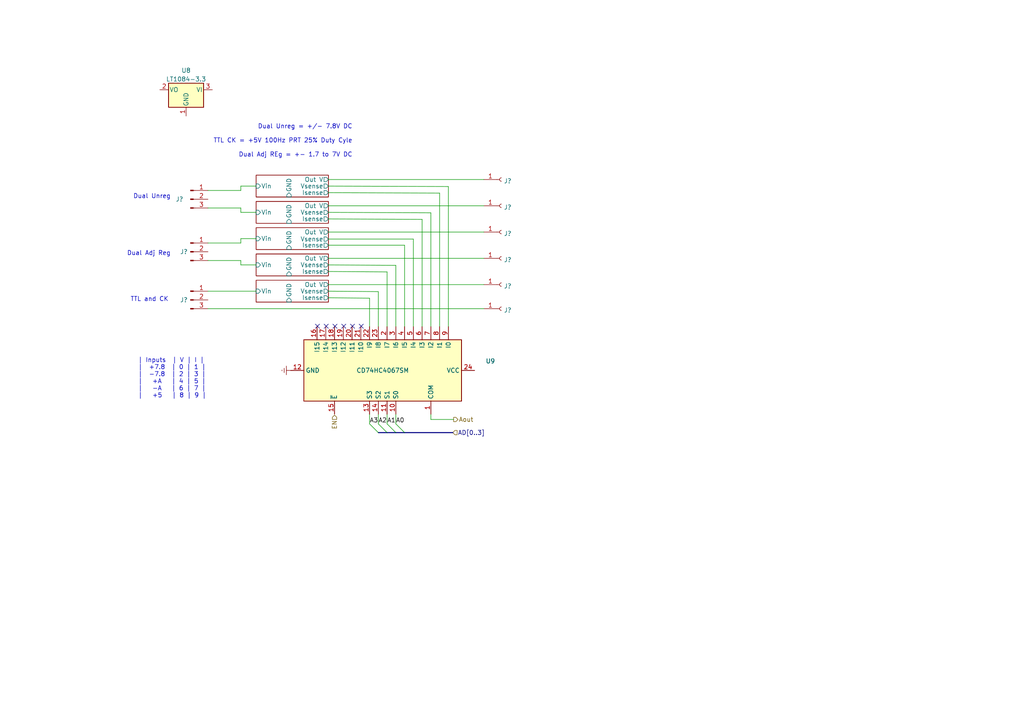
<source format=kicad_sch>
(kicad_sch (version 20211123) (generator eeschema)
  (paper "A4")
  (lib_symbols
    (symbol "74xx:CD74HC4067SM"
      (property "Reference" "U" (at -8.89 22.86 0))
      (property "Value" "CD74HC4067SM" (at 1.27 22.86 0))
      (symbol "CD74HC4067SM_0_1"
        (rectangle (start -8.89 21.59) (end 8.89 -24.13) (stroke (width 0.254)) (fill (type background)))
      )
      (symbol "CD74HC4067SM_1_1"
        (pin passive line (at -12.7 12.7 0) (length 3.81) (name "COM") (number "1"))
        (pin input line (at -12.7 2.54 0) (length 3.81) (name "S0") (number "10"))
        (pin input line (at -12.7 0 0) (length 3.81) (name "S1") (number "11"))
        (pin power_in line (at 0 -27.94 90) (length 3.81) (name "GND") (number "12"))
        (pin input line (at -12.7 -5.08 0) (length 3.81) (name "S3") (number "13"))
        (pin input line (at -12.7 -2.54 0) (length 3.81) (name "S2") (number "14"))
        (pin input line (at -12.7 -15.24 0) (length 3.81) (name "~{E}") (number "15"))
        (pin passive line (at 12.7 -20.32 180) (length 3.81) (name "I15") (number "16"))
        (pin passive line (at 12.7 -17.78 180) (length 3.81) (name "I14") (number "17"))
        (pin passive line (at 12.7 -15.24 180) (length 3.81) (name "I13") (number "18"))
        (pin passive line (at 12.7 -12.7 180) (length 3.81) (name "I12") (number "19"))
        (pin passive line (at 12.7 0 180) (length 3.81) (name "I7") (number "2"))
        (pin passive line (at 12.7 -10.16 180) (length 3.81) (name "I11") (number "20"))
        (pin passive line (at 12.7 -7.62 180) (length 3.81) (name "I10") (number "21"))
        (pin passive line (at 12.7 -5.08 180) (length 3.81) (name "I9") (number "22"))
        (pin passive line (at 12.7 -2.54 180) (length 3.81) (name "I8") (number "23"))
        (pin power_in line (at 0 25.4 270) (length 3.81) (name "VCC") (number "24"))
        (pin passive line (at 12.7 2.54 180) (length 3.81) (name "I6") (number "3"))
        (pin passive line (at 12.7 5.08 180) (length 3.81) (name "I5") (number "4"))
        (pin passive line (at 12.7 7.62 180) (length 3.81) (name "I4") (number "5"))
        (pin passive line (at 12.7 10.16 180) (length 3.81) (name "I3") (number "6"))
        (pin passive line (at 12.7 12.7 180) (length 3.81) (name "I2") (number "7"))
        (pin passive line (at 12.7 15.24 180) (length 3.81) (name "I1") (number "8"))
        (pin passive line (at 12.7 17.78 180) (length 3.81) (name "I0") (number "9"))
      )
    )
    (symbol "Connector:Conn_01x01_Female" (pin_names (offset 1.016) hide)
      (property "Reference" "J" (at 0 2.54 0))
      (property "Value" "Conn_01x01_Female" (at 0 -2.54 0))
      (symbol "Conn_01x01_Female_1_1"
        (polyline (pts (xy -1.27 0) (xy -0.508 0)) (stroke (width 0.1524)))
        (arc (start 0 0.508) (mid -0.508 0) (end 0 -0.508) (stroke (width 0.1524)))
        (pin passive line (at -5.08 0 0) (length 3.81) (name "Pin_1") (number "1"))
      )
    )
    (symbol "Connector:Conn_01x03_Male" (pin_names (offset 1.016) hide)
      (property "Reference" "J" (at 0 5.08 0))
      (property "Value" "Conn_01x03_Male" (at 0 -5.08 0))
      (symbol "Conn_01x03_Male_1_1"
        (polyline (pts (xy 1.27 -2.54) (xy 0.8636 -2.54)) (stroke (width 0.1524)))
        (polyline (pts (xy 1.27 0) (xy 0.8636 0)) (stroke (width 0.1524)))
        (polyline (pts (xy 1.27 2.54) (xy 0.8636 2.54)) (stroke (width 0.1524)))
        (rectangle (start 0.8636 -2.413) (end 0 -2.667) (stroke (width 0.1524)) (fill (type outline)))
        (rectangle (start 0.8636 0.127) (end 0 -0.127) (stroke (width 0.1524)) (fill (type outline)))
        (rectangle (start 0.8636 2.667) (end 0 2.413) (stroke (width 0.1524)) (fill (type outline)))
        (pin passive line (at 5.08 2.54 180) (length 3.81) (name "Pin_1") (number "1"))
        (pin passive line (at 5.08 0 180) (length 3.81) (name "Pin_2") (number "2"))
        (pin passive line (at 5.08 -2.54 180) (length 3.81) (name "Pin_3") (number "3"))
      )
    )
    (symbol "Regulator_Linear:LT1084-3.3" (pin_names (offset 0.254))
      (property "Reference" "U" (at -3.81 3.175 0))
      (property "Value" "LT1084-3.3" (at 0 3.175 0))
      (symbol "LT1084-3.3_0_1"
        (rectangle (start -5.08 1.905) (end 5.08 -5.08) (stroke (width 0.254)) (fill (type background)))
      )
      (symbol "LT1084-3.3_1_1"
        (pin power_in line (at 0 -7.62 90) (length 2.54) (name "GND") (number "1"))
        (pin power_out line (at 7.62 0 180) (length 2.54) (name "VO") (number "2"))
        (pin power_in line (at -7.62 0 0) (length 2.54) (name "VI") (number "3"))
      )
    )
    (symbol "power:Earth" (power) (pin_names (offset 0))
      (symbol "Earth_0_1"
        (polyline (pts (xy -0.635 -1.905) (xy 0.635 -1.905)))
        (polyline (pts (xy -0.127 -2.54) (xy 0.127 -2.54)))
        (polyline (pts (xy 0 -1.27) (xy 0 0)))
        (polyline (pts (xy 1.27 -1.27) (xy -1.27 -1.27)))
      )
      (symbol "Earth_1_1"
        (pin power_in line (at 0 0 270) (length 0) hide (name "Earth") (number "1"))
      )
    )
  )
  (no_connect (at 104.775 94.615))
  (no_connect (at 94.615 94.615))
  (no_connect (at 92.075 94.615))
  (no_connect (at 97.155 94.615))
  (no_connect (at 102.235 94.615))
  (no_connect (at 99.695 94.615))
  (bus_entry (at 114.808 122.936) (size 2.54 2.54))
  (bus_entry (at 112.268 122.936) (size 2.54 2.54))
  (bus_entry (at 109.728 122.936) (size 2.54 2.54))
  (bus_entry (at 107.188 122.936) (size 2.54 2.54))
  (wire (pts (xy 69.85 69.215) (xy 74.295 69.215)))
  (wire (pts (xy 130.048 54.102) (xy 130.048 94.742)))
  (wire (pts (xy 124.968 121.666) (xy 131.572 121.666)))
  (bus (pts (xy 117.348 125.476) (xy 131.318 125.476)))
  (wire (pts (xy 60.325 55.245) (xy 69.85 55.245)))
  (wire (pts (xy 127.508 56.007) (xy 127.508 94.742)))
  (wire (pts (xy 69.85 76.835) (xy 74.295 76.835)))
  (wire (pts (xy 117.348 94.742) (xy 117.348 71.12)))
  (wire (pts (xy 95.25 59.69) (xy 140.335 59.69)))
  (wire (pts (xy 117.348 71.12) (xy 95.25 71.12)))
  (wire (pts (xy 122.428 63.627) (xy 95.25 63.5)))
  (wire (pts (xy 119.888 69.342) (xy 119.888 94.742)))
  (wire (pts (xy 114.808 76.962) (xy 95.25 76.835)))
  (wire (pts (xy 107.188 120.142) (xy 107.188 122.936)))
  (wire (pts (xy 69.85 53.975) (xy 74.295 53.975)))
  (wire (pts (xy 95.25 82.55) (xy 140.335 82.55)))
  (bus (pts (xy 112.268 125.476) (xy 114.808 125.476)))
  (wire (pts (xy 60.325 60.325) (xy 69.85 60.325)))
  (wire (pts (xy 109.728 84.582) (xy 109.728 94.742)))
  (wire (pts (xy 95.25 53.975) (xy 130.048 54.102)))
  (wire (pts (xy 109.728 120.142) (xy 109.728 122.936)))
  (wire (pts (xy 95.25 61.595) (xy 124.968 61.722)))
  (wire (pts (xy 114.808 120.142) (xy 114.808 122.936)))
  (wire (pts (xy 114.808 94.742) (xy 114.808 76.962)))
  (wire (pts (xy 107.188 94.742) (xy 107.188 86.487)))
  (wire (pts (xy 69.85 55.245) (xy 69.85 53.975)))
  (wire (pts (xy 95.25 67.31) (xy 140.335 67.31)))
  (wire (pts (xy 95.25 55.88) (xy 127.508 56.007)))
  (wire (pts (xy 69.85 61.595) (xy 74.295 61.595)))
  (wire (pts (xy 112.268 120.142) (xy 112.268 122.936)))
  (wire (pts (xy 69.85 75.565) (xy 69.85 76.835)))
  (wire (pts (xy 60.325 89.535) (xy 140.335 89.535)))
  (wire (pts (xy 109.728 84.582) (xy 95.25 84.455)))
  (wire (pts (xy 95.25 86.36) (xy 107.188 86.487)))
  (wire (pts (xy 95.25 78.74) (xy 112.268 78.867)))
  (wire (pts (xy 95.25 74.93) (xy 140.335 74.93)))
  (wire (pts (xy 122.428 94.742) (xy 122.428 63.627)))
  (wire (pts (xy 60.325 75.565) (xy 69.85 75.565)))
  (bus (pts (xy 109.728 125.476) (xy 112.268 125.476)))
  (wire (pts (xy 69.85 60.325) (xy 69.85 61.595)))
  (wire (pts (xy 60.325 84.455) (xy 74.295 84.455)))
  (wire (pts (xy 95.25 52.07) (xy 140.335 52.07)))
  (wire (pts (xy 60.325 70.485) (xy 69.85 70.485)))
  (wire (pts (xy 112.268 78.867) (xy 112.268 94.742)))
  (wire (pts (xy 124.968 120.142) (xy 124.968 121.666)))
  (wire (pts (xy 95.25 69.342) (xy 119.888 69.342)))
  (wire (pts (xy 124.968 61.722) (xy 124.968 94.742)))
  (wire (pts (xy 69.85 70.485) (xy 69.85 69.215)))
  (bus (pts (xy 114.808 125.476) (xy 117.348 125.476)))
  (text "| Inputs  | V | I |\n|  +7.8  | 0 | 1 |\n|  -7.8  | 2 | 3 |\n|   +A   | 4 | 5 |\n|   -A   | 6 | 7 |\n|   +5   | 8 | 9 |" (at 40.005 115.57 0) (effects (font (size 1.27 1.27)) (justify left bottom)))
  (text "Dual Adj Reg" (at 49.53 74.295 180) (effects (font (size 1.27 1.27)) (justify right bottom)))
  (text "Dual Unreg" (at 49.53 57.785 180) (effects (font (size 1.27 1.27)) (justify right bottom)))
  (text "TTL and CK" (at 48.895 87.63 180) (effects (font (size 1.27 1.27)) (justify right bottom)))
  (text "Dual Unreg = +/- 7.8V DC\n\nTTL CK = +5V 100Hz PRT 25% Duty Cyle\n\nDual Adj REg = +- 1.7 to 7V DC" (at 102.235 45.72 0) (effects (font (size 1.27 1.27)) (justify right bottom)))
  (label "A1" (at 112.268 122.936 0))
  (label "A0" (at 114.808 122.936 0))
  (label "A3" (at 107.188 122.936 0))
  (label "A2" (at 109.728 122.936 0))
  (hierarchical_label "AD[0..3]" (shape input) (at 131.318 125.476 0))
  (hierarchical_label "Aout" (shape output) (at 131.572 121.666 0))
  (hierarchical_label "EN" (shape input) (at 97.028 120.396 270))
  (symbol (lib_id "Connector:Conn_01x01_Female") (at 145.415 59.69 0) (unit 1)
    (property "Reference" "J?" (at 146.1262 60.1238 0) (effects (justify left)))
    (property "Value" "Conn_01x01_Female" (effects hide))
  )
  (symbol (lib_id "Connector:Conn_01x01_Female") (at 145.415 74.93 0) (unit 1)
    (property "Reference" "J?" (at 146.1262 75.3638 0) (effects (justify left)))
    (property "Value" "Conn_01x01_Female" (effects hide))
  )
  (symbol (lib_id "Connector:Conn_01x01_Female") (at 145.415 89.535 0) (unit 1)
    (property "Reference" "J?" (at 146.1262 89.9688 0) (effects (justify left)))
    (property "Value" "Conn_01x01_Female" (effects hide))
  )
  (symbol (lib_id "Connector:Conn_01x03_Male") (at 55.245 73.025 0) (unit 1)
    (property "Reference" "J?" (at 53.34 73.025 0))
    (property "Value" "Conn_01x03_Male" (effects hide))
  )
  (symbol (lib_id "Connector:Conn_01x01_Female") (at 145.415 82.55 0) (unit 1)
    (property "Reference" "J?" (at 146.1262 82.9838 0) (effects (justify left)))
    (property "Value" "Conn_01x01_Female" (effects hide))
  )
  (symbol (lib_id "Connector:Conn_01x03_Male") (at 55.245 57.785 0) (unit 1)
    (property "Reference" "J?" (at 52.07 57.785 0))
    (property "Value" "Conn_01x03_Male" (effects hide))
  )
  (symbol (lib_id "Regulator_Linear:LT1084-3.3") (at 53.975 26.035 0) (mirror y) (unit 1)
    (property "Reference" "U8" (at 53.975 20.4302 0))
    (property "Value" "LT1084-3.3" (at 53.975 22.9671 0))
    (property "Datasheet" "https://www.analog.com/media/en/technical-documentation/data-sheets/1083ffe.pdf" (effects hide))
  )
  (symbol (lib_id "Connector:Conn_01x03_Male") (at 55.245 86.995 0) (unit 1)
    (property "Reference" "J?" (at 53.34 86.995 0))
    (property "Value" "Conn_01x03_Male" (effects hide))
  )
  (symbol (lib_id "74xx:CD74HC4067SM") (at 112.268 107.442 270) (mirror x) (unit 1)
    (property "Reference" "U9" (at 142.2287 104.7329 90))
    (property "Value" "CD74HC4067SM" (at 110.998 107.442 90))
    (property "Footprint" "Package_SO:SSOP-24_5.3x8.2mm_P0.65mm" (effects hide))
    (property "Datasheet" "http://www.ti.com/lit/ds/symlink/cd74hc4067.pdf" (effects hide))
  )
  (symbol (lib_id "Connector:Conn_01x01_Female") (at 145.415 52.07 0) (unit 1)
    (property "Reference" "J?" (at 146.1262 52.5038 0) (effects (justify left)))
    (property "Value" "Conn_01x01_Female" (effects hide))
  )
  (symbol (lib_id "power:Earth") (at 84.328 107.442 270) (unit 1) (in_bom no)
    (property "Reference" "#PWR?" (effects hide))
    (property "Value" "Earth" (effects hide))
  )
  (symbol (lib_id "Connector:Conn_01x01_Female") (at 145.415 67.31 0) (unit 1)
    (property "Reference" "J?" (at 146.1262 67.7438 0) (effects (justify left)))
    (property "Value" "Conn_01x01_Female" (effects hide))
  )
  (sheet (at 74.295 50.8) (size 20.955 6.35) (stroke (width 0.1524))
    (property "Sheet name" "Curent and Volt4" (effects hide))
    (property "Sheet file" "CurrentVolt.kicad_sch" (effects hide))
    (pin "Vin" input (at 74.295 53.975 180))
    (pin "Vsense" output (at 95.25 53.975 0))
    (pin "Out V" output (at 95.25 52.07 0))
    (pin "Isense" output (at 95.25 55.88 0))
    (pin "GND" input (at 83.82 57.15 270))
  )
  (sheet (at 74.295 73.66) (size 20.955 6.35) (stroke (width 0.1524))
    (property "Sheet name" "Curent and Volt7" (effects hide))
    (property "Sheet file" "CurrentVolt.kicad_sch" (effects hide))
    (pin "Vin" input (at 74.295 76.835 180))
    (pin "Vsense" output (at 95.25 76.835 0))
    (pin "Out V" output (at 95.25 74.93 0))
    (pin "Isense" output (at 95.25 78.74 0))
    (pin "GND" input (at 83.82 80.01 270))
  )
  (sheet (at 74.295 58.42) (size 20.955 6.35) (stroke (width 0.1524))
    (property "Sheet name" "Curent and Volt5" (effects hide))
    (property "Sheet file" "CurrentVolt.kicad_sch" (effects hide))
    (pin "Vin" input (at 74.295 61.595 180))
    (pin "Vsense" output (at 95.25 61.595 0))
    (pin "Out V" output (at 95.25 59.69 0))
    (pin "Isense" output (at 95.25 63.5 0))
    (pin "GND" input (at 83.82 64.77 270))
  )
  (sheet (at 74.295 66.04) (size 20.955 6.35) (stroke (width 0.1524))
    (property "Sheet name" "Curent and Volt6" (effects hide))
    (property "Sheet file" "CurrentVolt.kicad_sch" (effects hide))
    (pin "Vin" input (at 74.295 69.215 180))
    (pin "Vsense" output (at 95.25 69.342 0))
    (pin "Out V" output (at 95.25 67.31 0))
    (pin "Isense" output (at 95.25 71.12 0))
    (pin "GND" input (at 83.82 72.39 270))
  )
  (sheet (at 74.295 81.28) (size 20.955 6.35) (stroke (width 0.1524))
    (property "Sheet name" "Curent and Volt8" (effects hide))
    (property "Sheet file" "CurrentVolt.kicad_sch" (effects hide))
    (pin "Vin" input (at 74.295 84.455 180))
    (pin "Vsense" output (at 95.25 84.455 0))
    (pin "Out V" output (at 95.25 82.55 0))
    (pin "Isense" output (at 95.25 86.36 0))
    (pin "GND" input (at 83.82 87.63 270))
  )
)
</source>
